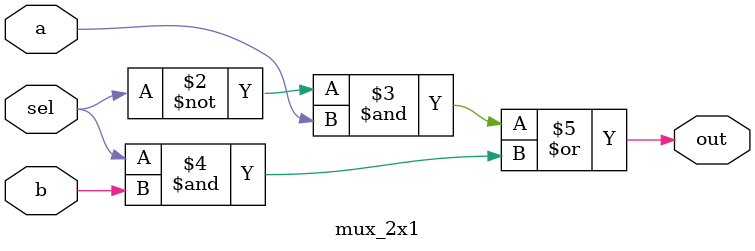
<source format=v>
`timescale 1ns / 1ps
module mux_2x1(
input a,b,
input sel,
output reg out
    );
	 
	 always@(*)
	 out=(~sel&a|sel&b);
endmodule

</source>
